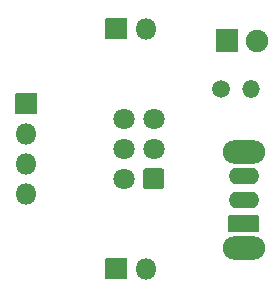
<source format=gbr>
%TF.GenerationSoftware,KiCad,Pcbnew,(5.1.8)-1*%
%TF.CreationDate,2021-11-16T13:30:18-08:00*%
%TF.ProjectId,ISPwPower,49535077-506f-4776-9572-2e6b69636164,rev?*%
%TF.SameCoordinates,Original*%
%TF.FileFunction,Soldermask,Top*%
%TF.FilePolarity,Negative*%
%FSLAX46Y46*%
G04 Gerber Fmt 4.6, Leading zero omitted, Abs format (unit mm)*
G04 Created by KiCad (PCBNEW (5.1.8)-1) date 2021-11-16 13:30:18*
%MOMM*%
%LPD*%
G01*
G04 APERTURE LIST*
%ADD10O,1.501600X1.501600*%
%ADD11C,1.501600*%
%ADD12O,1.801600X1.801600*%
%ADD13C,1.901600*%
%ADD14C,1.801600*%
%ADD15O,2.601600X1.401600*%
%ADD16O,3.601601X2.001600*%
G04 APERTURE END LIST*
D10*
%TO.C,R1*%
X168910000Y-95250000D03*
D11*
X166370000Y-95250000D03*
%TD*%
%TO.C,J4*%
G36*
G01*
X150760800Y-95670000D02*
X150760800Y-97370000D01*
G75*
G02*
X150710000Y-97420800I-50800J0D01*
G01*
X149010000Y-97420800D01*
G75*
G02*
X148959200Y-97370000I0J50800D01*
G01*
X148959200Y-95670000D01*
G75*
G02*
X149010000Y-95619200I50800J0D01*
G01*
X150710000Y-95619200D01*
G75*
G02*
X150760800Y-95670000I0J-50800D01*
G01*
G37*
D12*
X149860000Y-99060000D03*
X149860000Y-101600000D03*
X149860000Y-104140000D03*
%TD*%
%TO.C,J3*%
G36*
G01*
X156630000Y-109589200D02*
X158330000Y-109589200D01*
G75*
G02*
X158380800Y-109640000I0J-50800D01*
G01*
X158380800Y-111340000D01*
G75*
G02*
X158330000Y-111390800I-50800J0D01*
G01*
X156630000Y-111390800D01*
G75*
G02*
X156579200Y-111340000I0J50800D01*
G01*
X156579200Y-109640000D01*
G75*
G02*
X156630000Y-109589200I50800J0D01*
G01*
G37*
X160020000Y-110490000D03*
%TD*%
%TO.C,J2*%
G36*
G01*
X156630000Y-89269200D02*
X158330000Y-89269200D01*
G75*
G02*
X158380800Y-89320000I0J-50800D01*
G01*
X158380800Y-91020000D01*
G75*
G02*
X158330000Y-91070800I-50800J0D01*
G01*
X156630000Y-91070800D01*
G75*
G02*
X156579200Y-91020000I0J50800D01*
G01*
X156579200Y-89320000D01*
G75*
G02*
X156630000Y-89269200I50800J0D01*
G01*
G37*
X160020000Y-90170000D03*
%TD*%
%TO.C,D1*%
G36*
G01*
X165927200Y-92086000D02*
X165927200Y-90286000D01*
G75*
G02*
X165978000Y-90235200I50800J0D01*
G01*
X167778000Y-90235200D01*
G75*
G02*
X167828800Y-90286000I0J-50800D01*
G01*
X167828800Y-92086000D01*
G75*
G02*
X167778000Y-92136800I-50800J0D01*
G01*
X165978000Y-92136800D01*
G75*
G02*
X165927200Y-92086000I0J50800D01*
G01*
G37*
D13*
X169418000Y-91186000D03*
%TD*%
D14*
%TO.C,J1*%
X158115000Y-97790000D03*
X158115000Y-100330000D03*
X158115000Y-102870000D03*
X160655000Y-97790000D03*
X160655000Y-100330000D03*
G36*
G01*
X161555800Y-102234141D02*
X161555800Y-103505859D01*
G75*
G02*
X161290859Y-103770800I-264941J0D01*
G01*
X160019141Y-103770800D01*
G75*
G02*
X159754200Y-103505859I0J264941D01*
G01*
X159754200Y-102234141D01*
G75*
G02*
X160019141Y-101969200I264941J0D01*
G01*
X161290859Y-101969200D01*
G75*
G02*
X161555800Y-102234141I0J-264941D01*
G01*
G37*
%TD*%
%TO.C,SW1*%
G36*
G01*
X169525000Y-107380800D02*
X167025000Y-107380800D01*
G75*
G02*
X166974200Y-107330000I0J50800D01*
G01*
X166974200Y-106030000D01*
G75*
G02*
X167025000Y-105979200I50800J0D01*
G01*
X169525000Y-105979200D01*
G75*
G02*
X169575800Y-106030000I0J-50800D01*
G01*
X169575800Y-107330000D01*
G75*
G02*
X169525000Y-107380800I-50800J0D01*
G01*
G37*
D15*
X168275000Y-104680000D03*
X168275000Y-102680000D03*
D16*
X168275000Y-108780000D03*
X168275000Y-100580000D03*
%TD*%
M02*

</source>
